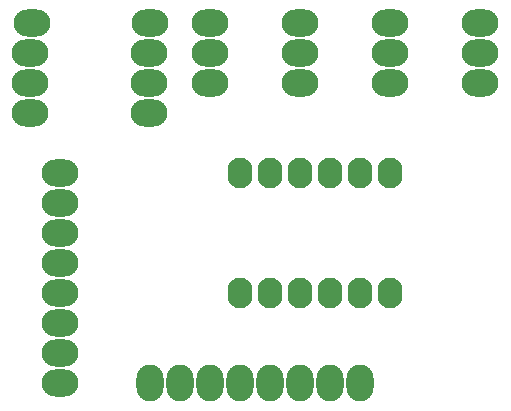
<source format=gts>
G04 Layer: TopSolderMaskLayer*
G04 EasyEDA v6.5.22, 2022-12-21 06:26:03*
G04 44fb20df35f846389fc18a84798fcb8b,a0dd7df4febf45e98c33e1d5b3abf522,10*
G04 Gerber Generator version 0.2*
G04 Scale: 100 percent, Rotated: No, Reflected: No *
G04 Dimensions in millimeters *
G04 leading zeros omitted , absolute positions ,4 integer and 5 decimal *
%FSLAX45Y45*%
%MOMM*%

%ADD10O,3.101594X2.3015956*%
%ADD11O,2.3015956X3.101594*%
%ADD12O,2.101596X2.601595*%

%LPD*%
D10*
G01*
X767935Y480989D03*
G01*
X767935Y734989D03*
G01*
X767935Y988989D03*
G01*
X767935Y1242989D03*
G01*
X767935Y1496989D03*
G01*
X767935Y1750989D03*
G01*
X767935Y2004989D03*
G01*
X767935Y2258989D03*
D11*
G01*
X3307933Y480989D03*
G01*
X3053933Y480989D03*
G01*
X2799933Y480989D03*
G01*
X2545933Y480989D03*
G01*
X2291933Y480989D03*
G01*
X2037933Y480989D03*
G01*
X1783933Y480989D03*
G01*
X1529933Y480989D03*
D12*
G01*
X2291933Y1242987D03*
G01*
X2545933Y1242987D03*
G01*
X2799933Y1242987D03*
G01*
X3053933Y1242987D03*
G01*
X3307933Y1242987D03*
G01*
X3561933Y1242987D03*
G01*
X3561933Y2258987D03*
G01*
X3307933Y2258987D03*
G01*
X3053933Y2258987D03*
G01*
X2799933Y2258987D03*
G01*
X2545933Y2258987D03*
G01*
X2291933Y2258987D03*
D10*
G01*
X1529933Y3528984D03*
G01*
X529935Y3528984D03*
G01*
X1513933Y3274984D03*
G01*
X513935Y3274984D03*
G01*
X1513933Y3020984D03*
G01*
X513935Y3020984D03*
G01*
X1513933Y2766984D03*
G01*
X513935Y2766984D03*
G01*
X2037933Y3528984D03*
G01*
X2037933Y3274984D03*
G01*
X2037933Y3020984D03*
G01*
X2799930Y3528984D03*
G01*
X2799930Y3274984D03*
G01*
X2799930Y3020984D03*
G01*
X3561930Y3528984D03*
G01*
X3561930Y3274984D03*
G01*
X3561930Y3020984D03*
G01*
X4323928Y3528984D03*
G01*
X4323928Y3274984D03*
G01*
X4323928Y3020984D03*
M02*

</source>
